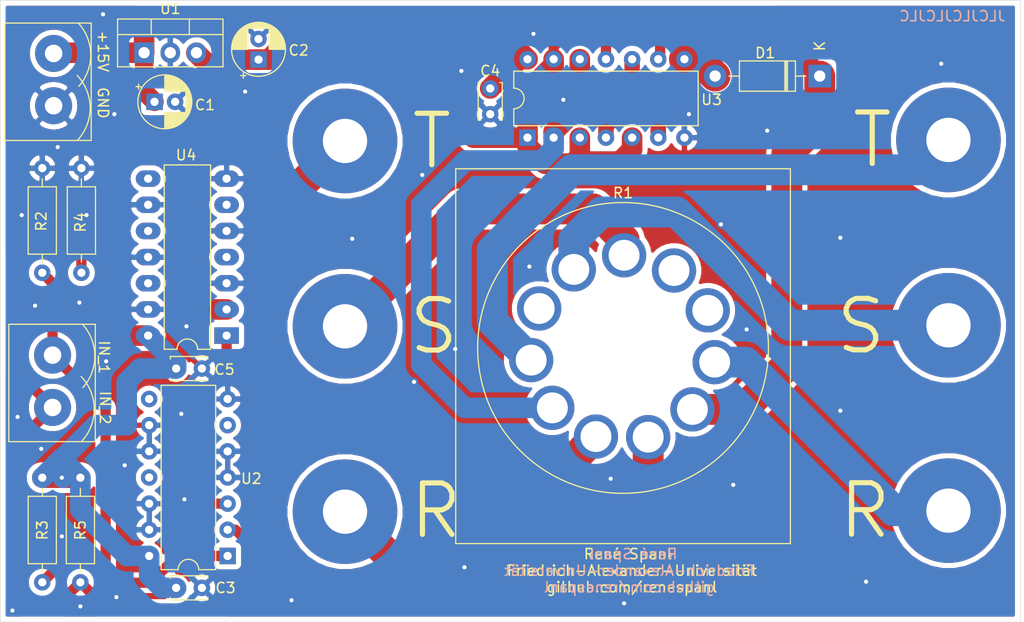
<source format=kicad_pcb>
(kicad_pcb (version 20171130) (host pcbnew "(5.1.6)-1")
  (layers (0 F.Cu signal) (31 B.Cu signal) (34 B.Paste user) (35 F.Paste user) (36 B.SilkS user) (37 F.SilkS user) (38 B.Mask user) (39 F.Mask user) (44 Edge.Cuts user))
  (net 0 "")
  (net 1 "Net-(D1-Pad2)")
  (net 2 +15V)
  (net 3 GND)
  (net 4 "Net-(J2-Pad2)")
  (net 5 "Net-(J2-Pad1)")
  (net 6 "Net-(J3-Pad3)")
  (net 7 "Net-(J3-Pad2)")
  (net 8 "Net-(J3-Pad1)")
  (net 9 "Net-(J4-Pad3)")
  (net 10 "Net-(J4-Pad2)")
  (net 11 "Net-(J4-Pad1)")
  (net 12 "Net-(R1-Pad8)")
  (net 13 "Net-(R1-Pad4)")
  (net 14 +5V)
  (net 15 "Net-(U2-Pad6)")
  (net 16 "Net-(U2-Pad11)")
  (net 17 "Net-(U2-Pad3)")
  (net 18 "Net-(U2-Pad8)")
  (net 19 "Net-(U3-Pad1)")
  (net 20 "Net-(U4-Pad6)")
  (net 21 "Net-(U4-Pad12)")
  (net 22 "Net-(U4-Pad4)")
  (net 23 "Net-(U4-Pad10)")
  (net 24 "Net-(U4-Pad8)")
  (net 25 "Net-(R1-Pad7)")
  (module "Leistungsschalter:CONNECTOR 5.08" (layer F.Cu) (at 104.2 56.9 270)
    (fp_text reference J2 hide)
    (fp_text value Conn_01x02_Male)
    (pad 2 thru_hole circle (at 1.68 2.6 270) (size 3.6 3.6) (drill 1.7) (layers *.Cu *.Mask) (net 4 "Net-(J2-Pad2)"))
    (pad 1 thru_hole circle (at -3.4 2.6 270) (size 3.6 3.6) (drill 1.7) (layers *.Cu *.Mask) (net 5 "Net-(J2-Pad1)"))
  )
  (module "Leistungsschalter:CONNECTOR 5.08" (layer F.Cu) (at 104.3 27.6 270)
    (fp_text reference J1 hide)
    (fp_text value Conn_01x02_Male)
    (pad 2 thru_hole circle (at 1.68 2.6 270) (size 3.6 3.6) (drill 1.7) (layers *.Cu *.Mask) (net 3 GND))
    (pad 1 thru_hole circle (at -3.4 2.6 270) (size 3.6 3.6) (drill 1.7) (layers *.Cu *.Mask) (net 2 +15V))
  )
  (module Leistungsschalter:Finder60.13NEU (layer F.Cu) (at 157 52.8)
    (fp_text reference R1 (at 0 -15.045) (layer F.SilkS))
    (fp_text value Finder_60_13)
    (pad "" np_thru_hole oval (at 0 3.85) (size 3 4) (drill oval 3 4) (layers *.Cu *.Mask))
    (pad "" np_thru_hole circle (at 0.05 0.05) (size 8 8) (drill 8) (layers *.Cu *.Mask))
    (pad 11 thru_hole oval (at 2.439527 8.663065) (size 4.3 4.3) (drill 3) (layers *.Cu *.Mask) (net 8 "Net-(J3-Pad1)"))
    (pad 10 thru_hole oval (at 6.735868 5.968926) (size 4.3 4.3) (drill 3) (layers *.Cu *.Mask) (net 2 +15V))
    (pad 9 thru_hole oval (at 8.893618 1.379694) (size 4.3 4.3) (drill 3) (layers *.Cu *.Mask) (net 11 "Net-(J4-Pad1)"))
    (pad 8 thru_hole oval (at 8.227706 -3.647579) (size 4.3 4.3) (drill 3) (layers *.Cu *.Mask) (net 12 "Net-(R1-Pad8)"))
    (pad 7 thru_hole oval (at 4.949557 -7.516773) (size 4.3 4.3) (drill 3) (layers *.Cu *.Mask) (net 25 "Net-(R1-Pad7)"))
    (pad 6 thru_hole oval (at 0.099957 -8.999444) (size 4.3 4.3) (drill 3) (layers *.Cu *.Mask) (net 7 "Net-(J3-Pad2)"))
    (pad 5 thru_hole oval (at -4.781377 -7.624856) (size 4.3 4.3) (drill 3) (layers *.Cu *.Mask) (net 10 "Net-(J4-Pad2)"))
    (pad 4 thru_hole oval (at -8.144659 -3.829429) (size 4.3 4.3) (drill 3) (layers *.Cu *.Mask) (net 13 "Net-(R1-Pad4)"))
    (pad 3 thru_hole oval (at -8.922068 1.181814) (size 4.3 4.3) (drill 3) (layers *.Cu *.Mask) (net 9 "Net-(J4-Pad3)"))
    (pad 2 thru_hole oval (at -6.866785 5.81784) (size 4.3 4.3) (drill 3) (layers *.Cu *.Mask) (net 1 "Net-(D1-Pad2)"))
    (pad 1 thru_hole oval (at -2.631345 8.606742) (size 4.3 4.3) (drill 3) (layers *.Cu *.Mask) (net 6 "Net-(J3-Pad3)"))
  )
  (module Capacitor_THT:C_Disc_D3.4mm_W2.1mm_P2.50mm (layer F.Cu) (at 144.1 27.6 270)
    (fp_text reference C4 (at -1.7 0 180) (layer F.SilkS))
    (fp_text value 100n)
    (pad 2 thru_hole circle (at 2.5 0 270) (size 1.6 1.6) (drill 0.8) (layers *.Cu *.Mask) (net 3 GND))
    (pad 1 thru_hole circle (at 0 0 270) (size 1.6 1.6) (drill 0.8) (layers *.Cu *.Mask) (net 14 +5V))
  )
  (module Package_DIP:DIP-14_W7.62mm (layer F.Cu) (at 147.72 32.38 90)
    (fp_text reference U3 (at 3.68 17.88) (layer F.SilkS))
    (fp_text value 74LS07)
    (pad 14 thru_hole oval (at 7.62 0 90) (size 1.6 1.6) (drill 0.8) (layers *.Cu *.Mask) (net 14 +5V))
    (pad 7 thru_hole oval (at 0 15.24 90) (size 1.6 1.6) (drill 0.8) (layers *.Cu *.Mask) (net 3 GND))
    (pad 13 thru_hole oval (at 7.62 2.54 90) (size 1.6 1.6) (drill 0.8) (layers *.Cu *.Mask) (net 19 "Net-(U3-Pad1)"))
    (pad 6 thru_hole oval (at 0 12.7 90) (size 1.6 1.6) (drill 0.8) (layers *.Cu *.Mask) (net 1 "Net-(D1-Pad2)"))
    (pad 12 thru_hole oval (at 7.62 5.08 90) (size 1.6 1.6) (drill 0.8) (layers *.Cu *.Mask) (net 1 "Net-(D1-Pad2)"))
    (pad 5 thru_hole oval (at 0 10.16 90) (size 1.6 1.6) (drill 0.8) (layers *.Cu *.Mask) (net 19 "Net-(U3-Pad1)"))
    (pad 11 thru_hole oval (at 7.62 7.62 90) (size 1.6 1.6) (drill 0.8) (layers *.Cu *.Mask) (net 19 "Net-(U3-Pad1)"))
    (pad 4 thru_hole oval (at 0 7.62 90) (size 1.6 1.6) (drill 0.8) (layers *.Cu *.Mask) (net 1 "Net-(D1-Pad2)"))
    (pad 10 thru_hole oval (at 7.62 10.16 90) (size 1.6 1.6) (drill 0.8) (layers *.Cu *.Mask) (net 1 "Net-(D1-Pad2)"))
    (pad 3 thru_hole oval (at 0 5.08 90) (size 1.6 1.6) (drill 0.8) (layers *.Cu *.Mask) (net 19 "Net-(U3-Pad1)"))
    (pad 9 thru_hole oval (at 7.62 12.7 90) (size 1.6 1.6) (drill 0.8) (layers *.Cu *.Mask) (net 19 "Net-(U3-Pad1)"))
    (pad 2 thru_hole oval (at 0 2.54 90) (size 1.6 1.6) (drill 0.8) (layers *.Cu *.Mask) (net 1 "Net-(D1-Pad2)"))
    (pad 8 thru_hole oval (at 7.62 15.24 90) (size 1.6 1.6) (drill 0.8) (layers *.Cu *.Mask) (net 1 "Net-(D1-Pad2)"))
    (pad 1 thru_hole rect (at 0 0 90) (size 1.6 1.6) (drill 0.8) (layers *.Cu *.Mask) (net 19 "Net-(U3-Pad1)"))
  )
  (module Diode_THT:D_DO-41_SOD81_P10.16mm_Horizontal (layer F.Cu) (at 176.1 26.4 180)
    (fp_text reference D1 (at 5.295 2.241) (layer F.SilkS))
    (fp_text value D)
    (fp_text user K (at 0 2.921 270) (layer F.SilkS))
    (pad 2 thru_hole oval (at 10.16 0 180) (size 2.2 2.2) (drill 1.1) (layers *.Cu *.Mask) (net 1 "Net-(D1-Pad2)"))
    (pad 1 thru_hole rect (at 0 0 180) (size 2.2 2.2) (drill 1.1) (layers *.Cu *.Mask) (net 2 +15V))
  )
  (module Leistungsschalter:3_Pin_4mm_Laborstecker_Schutzkontakte (layer F.Cu) (at 124.15 57.85 90)
    (fp_text reference J3 hide)
    (fp_text value Conn_01x03_Male)
    (fp_text user T (at 25.13 14.28) (layer F.SilkS) (effects (font (size 5 5) (thickness 0.5))))
    (fp_text user S (at 7.13 14.48) (layer F.SilkS) (effects (font (size 5 5) (thickness 0.5))))
    (fp_text user R (at -10.77 14.68) (layer F.SilkS) (effects (font (size 5 5) (thickness 0.5))))
    (pad 3 thru_hole circle (at 25.15 5.85 90) (size 10.16 10.16) (drill 4.3) (layers *.Cu *.Mask) (net 6 "Net-(J3-Pad3)"))
    (pad 2 thru_hole circle (at 7.15 5.85 90) (size 10.16 10.16) (drill 4.3) (layers *.Cu *.Mask) (net 7 "Net-(J3-Pad2)"))
    (pad 1 thru_hole circle (at -10.85 5.85 90) (size 10.16 10.16) (drill 4.3) (layers *.Cu *.Mask) (net 8 "Net-(J3-Pad1)"))
  )
  (module Leistungsschalter:3_Pin_4mm_Laborstecker_Schutzkontakte (layer F.Cu) (at 182.75 57.75 90)
    (fp_text reference J4 hide)
    (fp_text value Conn_01x03_Male)
    (fp_text user T (at 25.15 -1.55) (layer F.SilkS) (effects (font (size 5 5) (thickness 0.5))))
    (fp_text user S (at 7.05 -2.65) (layer F.SilkS) (effects (font (size 5 5) (thickness 0.5))))
    (fp_text user R (at -10.85 -2.25) (layer F.SilkS) (effects (font (size 5 5) (thickness 0.5))))
    (pad 3 thru_hole circle (at 25.15 5.85 90) (size 10.16 10.16) (drill 4.3) (layers *.Cu *.Mask) (net 9 "Net-(J4-Pad3)"))
    (pad 2 thru_hole circle (at 7.15 5.85 90) (size 10.16 10.16) (drill 4.3) (layers *.Cu *.Mask) (net 10 "Net-(J4-Pad2)"))
    (pad 1 thru_hole circle (at -10.85 5.85 90) (size 10.16 10.16) (drill 4.3) (layers *.Cu *.Mask) (net 11 "Net-(J4-Pad1)"))
  )
  (module Capacitor_THT:C_Disc_D3.4mm_W2.1mm_P2.50mm (layer F.Cu) (at 113.6 54.8)
    (fp_text reference C5 (at 4.7 0.1) (layer F.SilkS))
    (fp_text value 100n)
    (pad 2 thru_hole circle (at 2.5 0) (size 1.6 1.6) (drill 0.8) (layers *.Cu *.Mask) (net 3 GND))
    (pad 1 thru_hole circle (at 0 0) (size 1.6 1.6) (drill 0.8) (layers *.Cu *.Mask) (net 14 +5V))
  )
  (module Capacitor_THT:C_Disc_D3.4mm_W2.1mm_P2.50mm (layer F.Cu) (at 113.6 76.1)
    (fp_text reference C3 (at 4.8 0) (layer F.SilkS))
    (fp_text value 100n)
    (pad 2 thru_hole circle (at 2.5 0) (size 1.6 1.6) (drill 0.8) (layers *.Cu *.Mask) (net 3 GND))
    (pad 1 thru_hole circle (at 0 0) (size 1.6 1.6) (drill 0.8) (layers *.Cu *.Mask) (net 14 +5V))
  )
  (module Capacitor_THT:CP_Radial_D5.0mm_P2.00mm (layer F.Cu) (at 121.6 24.8 90)
    (fp_text reference C2 (at 0.9 3.9 180) (layer F.SilkS))
    (fp_text value 1u)
    (pad 2 thru_hole circle (at 2 0 90) (size 1.6 1.6) (drill 0.8) (layers *.Cu *.Mask) (net 3 GND))
    (pad 1 thru_hole rect (at 0 0 90) (size 1.6 1.6) (drill 0.8) (layers *.Cu *.Mask) (net 14 +5V))
  )
  (module Capacitor_THT:CP_Radial_D5.0mm_P2.00mm (layer F.Cu) (at 111.5 28.9)
    (fp_text reference C1 (at 4.9 0.3) (layer F.SilkS))
    (fp_text value 0.1u)
    (pad 2 thru_hole circle (at 2 0) (size 1.6 1.6) (drill 0.8) (layers *.Cu *.Mask) (net 3 GND))
    (pad 1 thru_hole rect (at 0 0) (size 1.6 1.6) (drill 0.8) (layers *.Cu *.Mask) (net 2 +15V))
  )
  (module Resistor_THT:R_Axial_DIN0207_L6.3mm_D2.5mm_P10.16mm_Horizontal (layer F.Cu) (at 104.3 65.4 270)
    (fp_text reference R5 (at 5.1 0 90) (layer F.SilkS))
    (fp_text value 4.7k)
    (pad 2 thru_hole oval (at 10.16 0 270) (size 1.6 1.6) (drill 0.8) (layers *.Cu *.Mask) (net 4 "Net-(J2-Pad2)"))
    (pad 1 thru_hole circle (at 0 0 270) (size 1.6 1.6) (drill 0.8) (layers *.Cu *.Mask) (net 14 +5V))
  )
  (module Resistor_THT:R_Axial_DIN0207_L6.3mm_D2.5mm_P10.16mm_Horizontal (layer F.Cu) (at 104.4 45.5 90)
    (fp_text reference R4 (at 4.9 -0.1 90) (layer F.SilkS))
    (fp_text value 22k)
    (pad 2 thru_hole oval (at 10.16 0 90) (size 1.6 1.6) (drill 0.8) (layers *.Cu *.Mask) (net 3 GND))
    (pad 1 thru_hole circle (at 0 0 90) (size 1.6 1.6) (drill 0.8) (layers *.Cu *.Mask) (net 4 "Net-(J2-Pad2)"))
  )
  (module Resistor_THT:R_Axial_DIN0207_L6.3mm_D2.5mm_P10.16mm_Horizontal (layer F.Cu) (at 100.6 65.4 270)
    (fp_text reference R3 (at 5.1 0 90) (layer F.SilkS))
    (fp_text value 4.7k)
    (pad 2 thru_hole oval (at 10.16 0 270) (size 1.6 1.6) (drill 0.8) (layers *.Cu *.Mask) (net 5 "Net-(J2-Pad1)"))
    (pad 1 thru_hole circle (at 0 0 270) (size 1.6 1.6) (drill 0.8) (layers *.Cu *.Mask) (net 14 +5V))
  )
  (module Resistor_THT:R_Axial_DIN0207_L6.3mm_D2.5mm_P10.16mm_Horizontal (layer F.Cu) (at 100.6 45.5 90)
    (fp_text reference R2 (at 5 -0.1 90) (layer F.SilkS))
    (fp_text value 22k)
    (pad 2 thru_hole oval (at 10.16 0 90) (size 1.6 1.6) (drill 0.8) (layers *.Cu *.Mask) (net 3 GND))
    (pad 1 thru_hole circle (at 0 0 90) (size 1.6 1.6) (drill 0.8) (layers *.Cu *.Mask) (net 5 "Net-(J2-Pad1)"))
  )
  (module Package_DIP:DIP-14_W7.62mm_LongPads (layer F.Cu) (at 118.5 51.6 180)
    (fp_text reference U4 (at 3.937 17.526) (layer F.SilkS))
    (fp_text value SN74HC04N)
    (pad 14 thru_hole oval (at 7.62 0 180) (size 2.4 1.6) (drill 0.8) (layers *.Cu *.Mask) (net 14 +5V))
    (pad 7 thru_hole oval (at 0 15.24 180) (size 2.4 1.6) (drill 0.8) (layers *.Cu *.Mask) (net 3 GND))
    (pad 13 thru_hole oval (at 7.62 2.54 180) (size 2.4 1.6) (drill 0.8) (layers *.Cu *.Mask) (net 3 GND))
    (pad 6 thru_hole oval (at 0 12.7 180) (size 2.4 1.6) (drill 0.8) (layers *.Cu *.Mask) (net 20 "Net-(U4-Pad6)"))
    (pad 12 thru_hole oval (at 7.62 5.08 180) (size 2.4 1.6) (drill 0.8) (layers *.Cu *.Mask) (net 21 "Net-(U4-Pad12)"))
    (pad 5 thru_hole oval (at 0 10.16 180) (size 2.4 1.6) (drill 0.8) (layers *.Cu *.Mask) (net 3 GND))
    (pad 11 thru_hole oval (at 7.62 7.62 180) (size 2.4 1.6) (drill 0.8) (layers *.Cu *.Mask) (net 3 GND))
    (pad 4 thru_hole oval (at 0 7.62 180) (size 2.4 1.6) (drill 0.8) (layers *.Cu *.Mask) (net 22 "Net-(U4-Pad4)"))
    (pad 10 thru_hole oval (at 7.62 10.16 180) (size 2.4 1.6) (drill 0.8) (layers *.Cu *.Mask) (net 23 "Net-(U4-Pad10)"))
    (pad 3 thru_hole oval (at 0 5.08 180) (size 2.4 1.6) (drill 0.8) (layers *.Cu *.Mask) (net 3 GND))
    (pad 9 thru_hole oval (at 7.62 12.7 180) (size 2.4 1.6) (drill 0.8) (layers *.Cu *.Mask) (net 3 GND))
    (pad 2 thru_hole oval (at 0 2.54 180) (size 2.4 1.6) (drill 0.8) (layers *.Cu *.Mask) (net 19 "Net-(U3-Pad1)"))
    (pad 8 thru_hole oval (at 7.62 15.24 180) (size 2.4 1.6) (drill 0.8) (layers *.Cu *.Mask) (net 24 "Net-(U4-Pad8)"))
    (pad 1 thru_hole rect (at 0 0 180) (size 2.4 1.6) (drill 0.8) (layers *.Cu *.Mask) (net 17 "Net-(U2-Pad3)"))
  )
  (module Package_DIP:DIP-14_W7.62mm (layer F.Cu) (at 118.6 73 180)
    (fp_text reference U2 (at -2.3 7.5) (layer F.SilkS))
    (fp_text value 74HC86)
    (pad 14 thru_hole oval (at 7.62 0 180) (size 1.6 1.6) (drill 0.8) (layers *.Cu *.Mask) (net 14 +5V))
    (pad 7 thru_hole oval (at 0 15.24 180) (size 1.6 1.6) (drill 0.8) (layers *.Cu *.Mask) (net 3 GND))
    (pad 13 thru_hole oval (at 7.62 2.54 180) (size 1.6 1.6) (drill 0.8) (layers *.Cu *.Mask) (net 3 GND))
    (pad 6 thru_hole oval (at 0 12.7 180) (size 1.6 1.6) (drill 0.8) (layers *.Cu *.Mask) (net 15 "Net-(U2-Pad6)"))
    (pad 12 thru_hole oval (at 7.62 5.08 180) (size 1.6 1.6) (drill 0.8) (layers *.Cu *.Mask) (net 3 GND))
    (pad 5 thru_hole oval (at 0 10.16 180) (size 1.6 1.6) (drill 0.8) (layers *.Cu *.Mask) (net 3 GND))
    (pad 11 thru_hole oval (at 7.62 7.62 180) (size 1.6 1.6) (drill 0.8) (layers *.Cu *.Mask) (net 16 "Net-(U2-Pad11)"))
    (pad 4 thru_hole oval (at 0 7.62 180) (size 1.6 1.6) (drill 0.8) (layers *.Cu *.Mask) (net 3 GND))
    (pad 10 thru_hole oval (at 7.62 10.16 180) (size 1.6 1.6) (drill 0.8) (layers *.Cu *.Mask) (net 3 GND))
    (pad 3 thru_hole oval (at 0 5.08 180) (size 1.6 1.6) (drill 0.8) (layers *.Cu *.Mask) (net 17 "Net-(U2-Pad3)"))
    (pad 9 thru_hole oval (at 7.62 12.7 180) (size 1.6 1.6) (drill 0.8) (layers *.Cu *.Mask) (net 3 GND))
    (pad 2 thru_hole oval (at 0 2.54 180) (size 1.6 1.6) (drill 0.8) (layers *.Cu *.Mask) (net 4 "Net-(J2-Pad2)"))
    (pad 8 thru_hole oval (at 7.62 15.24 180) (size 1.6 1.6) (drill 0.8) (layers *.Cu *.Mask) (net 18 "Net-(U2-Pad8)"))
    (pad 1 thru_hole rect (at 0 0 180) (size 1.6 1.6) (drill 0.8) (layers *.Cu *.Mask) (net 5 "Net-(J2-Pad1)"))
  )
  (module Package_TO_SOT_THT:TO-220-3_Vertical (layer F.Cu) (at 110.49 24.13)
    (fp_text reference U1 (at 2.54 -4.27) (layer F.SilkS))
    (fp_text value L7805)
    (pad 3 thru_hole oval (at 5.08 0) (size 1.905 2) (drill 1.1) (layers *.Cu *.Mask) (net 14 +5V))
    (pad 2 thru_hole oval (at 2.54 0) (size 1.905 2) (drill 1.1) (layers *.Cu *.Mask) (net 3 GND))
    (pad 1 thru_hole rect (at 0 0) (size 1.905 2) (drill 1.1) (layers *.Cu *.Mask) (net 2 +15V))
  )
  (gr_line (start 195.58 19.05) (end 96.52 19.05) (layer Edge.Cuts) (width 0.05))
  (gr_text IN_2 (at 106.7 58.6 270) (layer F.SilkS) (effects (font (size 1 1))))
  (gr_text IN_1 (at 106.6 53.7 270) (layer F.SilkS) (effects (font (size 1 1))))
  (gr_text GND (at 106.5 29 270) (layer F.SilkS) (effects (font (size 1 1))))
  (gr_text +15V (at 106.5 24 270) (layer F.SilkS) (effects (font (size 1 1))))
  (gr_text "René Spanl \nFriedrich-Alexander-Universität\ngithub.com/renespanl" (at 157.607 74.422) (layer B.SilkS) (effects (font (size 1 1)) (justify mirror)))
  (gr_text "René Spanl \nFriedrich-Alexander-Universität\ngithub.com/renespanl" (at 157.861 74.422) (layer F.SilkS) (effects (font (size 1 1))))
  (gr_text JLCJLCJLCJLC (at 188.976 20.574) (layer B.SilkS) (effects (font (size 1 1)) (justify mirror)))
  (gr_line (start 195.58 79.42) (end 96.52 79.42) (layer Edge.Cuts) (width 0.05))
  (gr_line (start 96.52 19.05) (end 96.52 79.42) (layer Edge.Cuts) (width 0.05))
  (gr_line (start 195.58 79.42) (end 195.58 19.05) (layer Edge.Cuts) (width 0.05))
  (segment (start 153 24.96) (end 152.8 24.76) (width 0.5) (layer F.Cu) (net 1))
  (segment (start 157.88 27.42) (end 157.88 24.76) (width 1.5) (layer F.Cu) (net 1))
  (segment (start 157.88 27.42) (end 162.18 27.42) (width 1.5) (layer F.Cu) (net 1))
  (segment (start 162.96 26.64) (end 162.96 24.76) (width 1.5) (layer F.Cu) (net 1))
  (segment (start 162.18 27.42) (end 162.96 26.64) (width 1.5) (layer F.Cu) (net 1))
  (segment (start 160.42 29.18) (end 162.18 27.42) (width 1.5) (layer F.Cu) (net 1))
  (segment (start 160.42 32.38) (end 160.42 29.18) (width 1.5) (layer F.Cu) (net 1))
  (segment (start 164.3 24.76) (end 165.94 26.4) (width 3) (layer F.Cu) (net 1))
  (segment (start 162.96 24.76) (end 164.3 24.76) (width 3) (layer F.Cu) (net 1))
  (segment (start 159.2 29.7) (end 160.42 30.92) (width 1.5) (layer F.Cu) (net 1))
  (segment (start 155.34 32.38) (end 155.34 31.26) (width 1.5) (layer F.Cu) (net 1))
  (segment (start 160.42 30.92) (end 160.42 32.38) (width 1.5) (layer F.Cu) (net 1))
  (segment (start 156.9 29.7) (end 159.2 29.7) (width 1.5) (layer F.Cu) (net 1))
  (segment (start 155.34 31.26) (end 156.9 29.7) (width 1.5) (layer F.Cu) (net 1))
  (segment (start 152.8 24.76) (end 152.8 25.89137) (width 2) (layer F.Cu) (net 1))
  (segment (start 155.40863 28.5) (end 159.9 28.5) (width 2) (layer F.Cu) (net 1))
  (segment (start 150.26 33.44) (end 150.26 32.38) (width 2) (layer B.Cu) (net 1))
  (segment (start 149.1 34.6) (end 150.26 33.44) (width 2) (layer B.Cu) (net 1))
  (segment (start 141.61784 58.61784) (end 137.4 54.4) (width 2) (layer B.Cu) (net 1))
  (segment (start 137.4 54.4) (end 137.4 38.9) (width 2) (layer B.Cu) (net 1))
  (segment (start 137.4 38.9) (end 141.7 34.6) (width 2) (layer B.Cu) (net 1))
  (segment (start 150.133215 58.61784) (end 141.61784 58.61784) (width 2) (layer B.Cu) (net 1))
  (segment (start 141.7 34.6) (end 149.1 34.6) (width 2) (layer B.Cu) (net 1))
  (segment (start 152.12001 30.17999) (end 154.604315 27.695685) (width 2) (layer F.Cu) (net 1))
  (segment (start 152.8 25.89137) (end 154.604315 27.695685) (width 2) (layer F.Cu) (net 1))
  (segment (start 150.26 32.38) (end 150.26 31.808717) (width 2) (layer F.Cu) (net 1))
  (segment (start 154.604315 27.695685) (end 155.40863 28.5) (width 2) (layer F.Cu) (net 1))
  (segment (start 150.26 31.808717) (end 151.888727 30.17999) (width 2) (layer F.Cu) (net 1))
  (segment (start 151.888727 30.17999) (end 152.12001 30.17999) (width 2) (layer F.Cu) (net 1))
  (segment (start 101.77 24.13) (end 101.7 24.2) (width 1) (layer F.Cu) (net 2))
  (segment (start 110.49 24.13) (end 101.77 24.13) (width 2) (layer F.Cu) (net 2))
  (segment (start 110.49 27.89) (end 111.5 28.9) (width 1.8) (layer F.Cu) (net 2))
  (segment (start 110.49 24.13) (end 110.49 27.89) (width 1.8) (layer F.Cu) (net 2))
  (segment (start 111.02 20.6) (end 170.3 20.6) (width 2) (layer F.Cu) (net 2))
  (segment (start 110.49 24.13) (end 110.49 21.13) (width 2) (layer F.Cu) (net 2))
  (segment (start 170.3 20.6) (end 176.1 26.4) (width 2) (layer F.Cu) (net 2))
  (segment (start 110.49 21.13) (end 111.02 20.6) (width 2) (layer F.Cu) (net 2))
  (segment (start 163.735868 58.768926) (end 168.631074 58.768926) (width 3) (layer F.Cu) (net 2))
  (segment (start 168.631074 58.768926) (end 172.9 54.5) (width 3) (layer F.Cu) (net 2))
  (segment (start 172.9 54.5) (end 172.9 34) (width 3) (layer F.Cu) (net 2))
  (segment (start 176.1 30.8) (end 176.1 26.4) (width 3) (layer F.Cu) (net 2))
  (segment (start 172.9 34) (end 176.1 30.8) (width 3) (layer F.Cu) (net 2))
  (via (at 114.4 67.5) (size 0.8) (drill 0.4) (layers F.Cu B.Cu) (net 3))
  (via (at 114.1 59.2) (size 0.8) (drill 0.4) (layers F.Cu B.Cu) (net 3))
  (via (at 114.6 50.7) (size 0.8) (drill 0.4) (layers F.Cu B.Cu) (net 3))
  (via (at 102.1 33.3) (size 0.8) (drill 0.4) (layers F.Cu B.Cu) (net 3))
  (via (at 107.6 30.1) (size 0.8) (drill 0.4) (layers F.Cu B.Cu) (net 3))
  (via (at 120.3 27.9) (size 0.8) (drill 0.4) (layers F.Cu B.Cu) (net 3))
  (via (at 137.5 36) (size 0.8) (drill 0.4) (layers F.Cu B.Cu) (net 3))
  (via (at 136.7 56.1) (size 0.8) (drill 0.4) (layers F.Cu B.Cu) (net 3))
  (via (at 141.6 74.1) (size 0.8) (drill 0.4) (layers F.Cu B.Cu) (net 3))
  (via (at 180.6 75.5) (size 0.8) (drill 0.4) (layers F.Cu B.Cu) (net 3))
  (via (at 178.1 58.9) (size 0.8) (drill 0.4) (layers F.Cu B.Cu) (net 3))
  (via (at 178.1 42.1) (size 0.8) (drill 0.4) (layers F.Cu B.Cu) (net 3))
  (via (at 187.9 25.2) (size 0.8) (drill 0.4) (layers F.Cu B.Cu) (net 3))
  (via (at 130.7 42.2) (size 0.8) (drill 0.4) (layers F.Cu B.Cu) (net 3))
  (via (at 167.7 66.1) (size 0.8) (drill 0.4) (layers F.Cu B.Cu) (net 3))
  (via (at 124.8 77.3) (size 0.8) (drill 0.4) (layers F.Cu B.Cu) (net 3))
  (via (at 157.1 77.6) (size 0.8) (drill 0.4) (layers F.Cu B.Cu) (net 3))
  (via (at 102.5 71.1) (size 0.8) (drill 0.4) (layers F.Cu B.Cu) (net 3))
  (via (at 104.2 48.4) (size 0.8) (drill 0.4) (layers F.Cu B.Cu) (net 3))
  (via (at 99.9 48.7) (size 0.8) (drill 0.4) (layers F.Cu B.Cu) (net 3))
  (via (at 98.6 39.9) (size 0.8) (drill 0.4) (layers F.Cu B.Cu) (net 3))
  (via (at 104.9 39.9) (size 0.8) (drill 0.4) (layers F.Cu B.Cu) (net 3))
  (via (at 106.5 20.4) (size 0.8) (drill 0.4) (layers F.Cu B.Cu) (net 3))
  (via (at 141.3 25.9) (size 0.8) (drill 0.4) (layers F.Cu B.Cu) (net 3))
  (via (at 151.2 28.7) (size 0.8) (drill 0.4) (layers F.Cu B.Cu) (net 3))
  (via (at 163.4 30.1) (size 0.8) (drill 0.4) (layers F.Cu B.Cu) (net 3))
  (via (at 171 31.7) (size 0.8) (drill 0.4) (layers F.Cu B.Cu) (net 3))
  (via (at 166.5 40.8) (size 0.8) (drill 0.4) (layers F.Cu B.Cu) (net 3))
  (via (at 148.3 22.3) (size 0.8) (drill 0.4) (layers F.Cu B.Cu) (net 3))
  (via (at 98.2 59.5) (size 0.8) (drill 0.4) (layers F.Cu B.Cu) (net 3))
  (via (at 106.8 54.1) (size 0.8) (drill 0.4) (layers F.Cu B.Cu) (net 3))
  (via (at 108.6 64.2) (size 0.8) (drill 0.4) (layers F.Cu B.Cu) (net 3))
  (via (at 107.8 77) (size 0.8) (drill 0.4) (layers F.Cu B.Cu) (net 3))
  (via (at 104.3 77.9) (size 0.8) (drill 0.4) (layers F.Cu B.Cu) (net 3))
  (via (at 97.7 78.3) (size 0.8) (drill 0.4) (layers F.Cu B.Cu) (net 3))
  (via (at 100.5 62.6) (size 0.8) (drill 0.4) (layers F.Cu B.Cu) (net 3))
  (via (at 155.8 65.5) (size 0.8) (drill 0.4) (layers F.Cu B.Cu) (net 3))
  (via (at 169 51) (size 0.8) (drill 0.4) (layers F.Cu B.Cu) (net 3))
  (via (at 140.7 52.9) (size 0.8) (drill 0.4) (layers F.Cu B.Cu) (net 3))
  (via (at 147.9 44.9) (size 0.8) (drill 0.4) (layers F.Cu B.Cu) (net 3))
  (segment (start 118.6 70.46) (end 119.36 70.46) (width 1) (layer F.Cu) (net 4))
  (segment (start 119.36 70.46) (end 121.1 72.2) (width 1) (layer F.Cu) (net 4))
  (segment (start 121.1 72.2) (end 121.1 74.8) (width 1) (layer F.Cu) (net 4))
  (segment (start 121.1 74.8) (end 117.7 78.2) (width 1) (layer F.Cu) (net 4))
  (segment (start 106.94 78.2) (end 104.3 75.56) (width 1) (layer F.Cu) (net 4))
  (segment (start 117.7 78.2) (end 106.94 78.2) (width 1) (layer F.Cu) (net 4))
  (segment (start 101.6 58.58) (end 98.2 61.98) (width 1) (layer F.Cu) (net 4))
  (segment (start 98.2 61.98) (end 98.2 76.9) (width 1) (layer F.Cu) (net 4))
  (segment (start 98.2 76.9) (end 99.2 77.9) (width 1) (layer F.Cu) (net 4))
  (segment (start 101.96 77.9) (end 104.3 75.56) (width 1) (layer F.Cu) (net 4))
  (segment (start 99.2 77.9) (end 101.96 77.9) (width 1) (layer F.Cu) (net 4))
  (segment (start 104.4 44) (end 102.9 42.5) (width 1) (layer F.Cu) (net 4))
  (segment (start 98.3 55.28) (end 101.6 58.58) (width 1) (layer F.Cu) (net 4))
  (segment (start 104.4 45.5) (end 104.4 44) (width 1) (layer F.Cu) (net 4))
  (segment (start 98.3 43.6) (end 98.3 55.28) (width 1) (layer F.Cu) (net 4))
  (segment (start 102.9 42.5) (end 99.4 42.5) (width 1) (layer F.Cu) (net 4))
  (segment (start 99.4 42.5) (end 98.3 43.6) (width 1) (layer F.Cu) (net 4))
  (segment (start 118.6 73) (end 113.7 73) (width 1) (layer F.Cu) (net 5))
  (segment (start 113.7 73) (end 111.1 75.6) (width 1) (layer F.Cu) (net 5))
  (segment (start 111.1 75.6) (end 107.6 75.6) (width 1) (layer F.Cu) (net 5))
  (segment (start 102.56 73.6) (end 100.6 75.56) (width 1) (layer F.Cu) (net 5))
  (segment (start 105.6 73.6) (end 102.56 73.6) (width 1) (layer F.Cu) (net 5))
  (segment (start 106.75 58.65) (end 106.75 74.75) (width 1) (layer F.Cu) (net 5))
  (segment (start 101.6 53.5) (end 106.75 58.65) (width 1) (layer F.Cu) (net 5))
  (segment (start 107.6 75.6) (end 106.75 74.75) (width 1) (layer F.Cu) (net 5))
  (segment (start 106.75 74.75) (end 105.6 73.6) (width 1) (layer F.Cu) (net 5))
  (segment (start 101.6 46.5) (end 100.6 45.5) (width 1) (layer F.Cu) (net 5))
  (segment (start 101.6 53.5) (end 101.6 46.5) (width 1) (layer F.Cu) (net 5))
  (segment (start 122.2 54.7) (end 122.2 40.5) (width 3) (layer F.Cu) (net 6))
  (segment (start 150.375397 65.4) (end 138 65.4) (width 3) (layer F.Cu) (net 6))
  (segment (start 154.368655 61.406742) (end 150.375397 65.4) (width 3) (layer F.Cu) (net 6))
  (segment (start 122.2 40.5) (end 130 32.7) (width 3) (layer F.Cu) (net 6))
  (segment (start 138 65.4) (end 132 59.4) (width 3) (layer F.Cu) (net 6))
  (segment (start 132 59.4) (end 126.9 59.4) (width 3) (layer F.Cu) (net 6))
  (segment (start 126.9 59.4) (end 122.2 54.7) (width 3) (layer F.Cu) (net 6))
  (segment (start 157.099957 42.299957) (end 157.099957 43.800556) (width 3) (layer F.Cu) (net 7))
  (segment (start 154.1 39.3) (end 157.099957 42.299957) (width 3) (layer F.Cu) (net 7))
  (segment (start 130 50.7) (end 141.4 39.3) (width 3) (layer F.Cu) (net 7))
  (segment (start 141.4 39.3) (end 154.1 39.3) (width 3) (layer F.Cu) (net 7))
  (segment (start 137.500001 76.200001) (end 153.699999 76.200001) (width 3) (layer F.Cu) (net 8))
  (segment (start 130 68.7) (end 137.500001 76.200001) (width 3) (layer F.Cu) (net 8))
  (segment (start 159.439527 70.460473) (end 159.439527 61.463065) (width 3) (layer F.Cu) (net 8))
  (segment (start 153.699999 76.200001) (end 159.439527 70.460473) (width 3) (layer F.Cu) (net 8))
  (segment (start 144.3 50.203882) (end 148.077932 53.981814) (width 3) (layer B.Cu) (net 9))
  (segment (start 144.3 43.3) (end 144.3 50.203882) (width 3) (layer B.Cu) (net 9))
  (segment (start 185.7 35.5) (end 152.01839 35.5) (width 3) (layer B.Cu) (net 9))
  (segment (start 188.6 32.6) (end 185.7 35.5) (width 3) (layer B.Cu) (net 9))
  (segment (start 146.71839 40.88161) (end 144.3 43.3) (width 3) (layer B.Cu) (net 9))
  (segment (start 152.01839 35.5) (end 146.71839 40.8) (width 3) (layer B.Cu) (net 9))
  (segment (start 146.71839 40.8) (end 146.71839 40.88161) (width 3) (layer B.Cu) (net 9))
  (segment (start 152.218623 42.281377) (end 152.218623 45.175144) (width 3) (layer B.Cu) (net 10))
  (segment (start 154.9 39.6) (end 152.218623 42.281377) (width 3) (layer B.Cu) (net 10))
  (segment (start 188.6 50.6) (end 173.191998 50.6) (width 3) (layer B.Cu) (net 10))
  (segment (start 162.191998 39.6) (end 154.9 39.6) (width 3) (layer B.Cu) (net 10))
  (segment (start 173.191998 50.6) (end 162.191998 39.6) (width 3) (layer B.Cu) (net 10))
  (segment (start 188.6 68.6) (end 183.3 68.6) (width 3) (layer B.Cu) (net 11))
  (segment (start 168.879694 54.179694) (end 165.893618 54.179694) (width 3) (layer B.Cu) (net 11))
  (segment (start 183.3 68.6) (end 168.879694 54.179694) (width 3) (layer B.Cu) (net 11))
  (segment (start 104.3 65.4) (end 102.5 65.4) (width 2) (layer F.Cu) (net 14))
  (segment (start 102.5 63.5) (end 100.6 65.4) (width 2) (layer B.Cu) (net 14))
  (segment (start 102.6 63.5) (end 102.5 63.5) (width 2) (layer B.Cu) (net 14))
  (segment (start 102.6 63.7) (end 104.3 65.4) (width 2) (layer B.Cu) (net 14))
  (segment (start 102.6 63.5) (end 102.6 63.7) (width 2) (layer B.Cu) (net 14))
  (segment (start 102.6 63.5) (end 102.6 65.4) (width 2) (layer B.Cu) (net 14))
  (segment (start 102.5 65.4) (end 100.6 65.4) (width 2) (layer F.Cu) (net 14))
  (via (at 102.5 65.4) (size 0.8) (drill 0.4) (layers F.Cu B.Cu) (net 14))
  (segment (start 105.8 60.3) (end 102.6 63.5) (width 2) (layer B.Cu) (net 14))
  (segment (start 108.8 60.3) (end 105.8 60.3) (width 2) (layer B.Cu) (net 14))
  (segment (start 108.8 56.1) (end 108.8 60.3) (width 2) (layer B.Cu) (net 14))
  (segment (start 113.6 54.8) (end 110.1 54.8) (width 2) (layer B.Cu) (net 14))
  (segment (start 110.1 54.8) (end 108.8 56.1) (width 2) (layer B.Cu) (net 14))
  (segment (start 113.6 54.32) (end 110.88 51.6) (width 2) (layer B.Cu) (net 14))
  (segment (start 113.6 54.8) (end 113.6 54.32) (width 2) (layer B.Cu) (net 14))
  (segment (start 110.98 73) (end 108.8 73) (width 2) (layer B.Cu) (net 14))
  (segment (start 104.3 68.5) (end 104.3 65.4) (width 2) (layer B.Cu) (net 14))
  (segment (start 108.8 73) (end 104.3 68.5) (width 2) (layer B.Cu) (net 14))
  (segment (start 113.6 76.1) (end 112.2 76.1) (width 2) (layer B.Cu) (net 14))
  (segment (start 110.98 74.88) (end 110.98 73) (width 2) (layer B.Cu) (net 14))
  (segment (start 112.2 76.1) (end 110.98 74.88) (width 2) (layer B.Cu) (net 14))
  (segment (start 115.57 24.17) (end 117.4 26) (width 2) (layer F.Cu) (net 14))
  (segment (start 115.57 24.13) (end 115.57 24.17) (width 2) (layer F.Cu) (net 14))
  (segment (start 118.6 24.8) (end 117.4 26) (width 2) (layer F.Cu) (net 14))
  (segment (start 121.6 24.8) (end 118.6 24.8) (width 2) (layer F.Cu) (net 14))
  (segment (start 146.94 24.76) (end 144.1 27.6) (width 2) (layer F.Cu) (net 14))
  (segment (start 147.72 24.76) (end 146.94 24.76) (width 2) (layer F.Cu) (net 14))
  (segment (start 122.588715 24.8) (end 124.388715 23) (width 2) (layer F.Cu) (net 14))
  (segment (start 145.96 23) (end 147.72 24.76) (width 2) (layer F.Cu) (net 14))
  (segment (start 124.388715 23) (end 145.96 23) (width 2) (layer F.Cu) (net 14))
  (segment (start 121.6 24.8) (end 122.588715 24.8) (width 2) (layer F.Cu) (net 14))
  (segment (start 108.7 51.6) (end 110.88 51.6) (width 2) (layer F.Cu) (net 14))
  (segment (start 107.1 32.9) (end 107.1 50) (width 2) (layer F.Cu) (net 14))
  (segment (start 110.4 33.1) (end 108.9 31.6) (width 2) (layer F.Cu) (net 14))
  (segment (start 108.4 31.6) (end 107.1 32.9) (width 2) (layer F.Cu) (net 14))
  (segment (start 117.4 29.8) (end 116.6 30.6) (width 2) (layer F.Cu) (net 14))
  (segment (start 107.1 50) (end 108.7 51.6) (width 2) (layer F.Cu) (net 14))
  (segment (start 108.9 31.6) (end 108.4 31.6) (width 2) (layer F.Cu) (net 14))
  (segment (start 117.4 26) (end 117.4 29.8) (width 2) (layer F.Cu) (net 14))
  (segment (start 116.4 30.6) (end 113.9 33.1) (width 2) (layer F.Cu) (net 14))
  (segment (start 116.6 30.6) (end 116.4 30.6) (width 2) (layer F.Cu) (net 14))
  (segment (start 113.9 33.1) (end 110.4 33.1) (width 2) (layer F.Cu) (net 14))
  (segment (start 118.6 67.92) (end 117.22 67.92) (width 1) (layer F.Cu) (net 17))
  (segment (start 117.22 67.92) (end 116.5 67.2) (width 1) (layer F.Cu) (net 17))
  (segment (start 116.5 67.2) (end 116.5 57.3) (width 1) (layer F.Cu) (net 17))
  (segment (start 118.5 55.3) (end 118.5 51.6) (width 1) (layer F.Cu) (net 17))
  (segment (start 116.5 57.3) (end 118.5 55.3) (width 1) (layer F.Cu) (net 17))
  (segment (start 160.6 24.58) (end 160.42 24.76) (width 0.5) (layer F.Cu) (net 19))
  (segment (start 150.26 24.76) (end 150.26 23.84) (width 0.5) (layer F.Cu) (net 19))
  (segment (start 147.72 27.3) (end 150.26 24.76) (width 0.5) (layer F.Cu) (net 19))
  (segment (start 147.72 32.38) (end 147.72 27.3) (width 0.5) (layer F.Cu) (net 19))
  (segment (start 147.72 32.38) (end 147.72 32.62) (width 0.5) (layer F.Cu) (net 19))
  (segment (start 147.72 32.62) (end 148.9 33.8) (width 0.5) (layer F.Cu) (net 19))
  (segment (start 155.34 22.84) (end 155.3 22.8) (width 1) (layer F.Cu) (net 19))
  (segment (start 155.34 24.76) (end 155.34 22.84) (width 1) (layer F.Cu) (net 19))
  (segment (start 160.4 22.8) (end 160.6 23) (width 1) (layer F.Cu) (net 19))
  (segment (start 160.6 23) (end 160.6 24.58) (width 1) (layer F.Cu) (net 19))
  (segment (start 151 22.8) (end 160.4 22.8) (width 1) (layer F.Cu) (net 19))
  (segment (start 150.26 24.76) (end 150.26 23.54) (width 1) (layer F.Cu) (net 19))
  (segment (start 150.26 23.54) (end 151 22.8) (width 1) (layer F.Cu) (net 19))
  (segment (start 150.26 25.331283) (end 150.26 24.76) (width 2) (layer F.Cu) (net 19))
  (segment (start 147.72 32.38) (end 147.72 27.871283) (width 2) (layer F.Cu) (net 19))
  (segment (start 147.72 27.871283) (end 150.26 25.331283) (width 2) (layer F.Cu) (net 19))
  (segment (start 152.8 34.2) (end 152.8 32.38) (width 2) (layer F.Cu) (net 19))
  (segment (start 157.88 33.51137) (end 157.88 32.38) (width 2) (layer F.Cu) (net 19))
  (segment (start 156.69137 34.7) (end 157.88 33.51137) (width 2) (layer F.Cu) (net 19))
  (segment (start 152.8 34.2) (end 153.3 34.7) (width 2) (layer F.Cu) (net 19))
  (segment (start 153.3 34.7) (end 156.69137 34.7) (width 2) (layer F.Cu) (net 19))
  (segment (start 152.1 34.9) (end 152.8 34.2) (width 2) (layer F.Cu) (net 19))
  (segment (start 149.4 34.9) (end 152.1 34.9) (width 2) (layer F.Cu) (net 19))
  (segment (start 147.72 32.38) (end 147.72 33.22) (width 2) (layer F.Cu) (net 19))
  (segment (start 147.72 33.22) (end 149.4 34.9) (width 2) (layer F.Cu) (net 19))
  (segment (start 116.36 49.06) (end 118.5 49.06) (width 2) (layer F.Cu) (net 19))
  (segment (start 147.72 32.38) (end 142.48 32.38) (width 2) (layer F.Cu) (net 19))
  (segment (start 114.5 36) (end 114.5 47.2) (width 2) (layer F.Cu) (net 19))
  (segment (start 117.1 33.4) (end 114.5 36) (width 2) (layer F.Cu) (net 19))
  (segment (start 142.48 32.38) (end 136.2 26.1) (width 2) (layer F.Cu) (net 19))
  (segment (start 136.2 26.1) (end 126.4 26.1) (width 2) (layer F.Cu) (net 19))
  (segment (start 114.5 47.2) (end 116.36 49.06) (width 2) (layer F.Cu) (net 19))
  (segment (start 126.4 26.1) (end 119.1 33.4) (width 2) (layer F.Cu) (net 19))
  (segment (start 119.1 33.4) (end 117.1 33.4) (width 2) (layer F.Cu) (net 19))
  (zone (net 3) (net_name GND) (layer B.Cu) (connect_pads (clearance 0.508)) (min_thickness 0.254) (fill yes (arc_segments 32) (thermal_gap 0.508) (thermal_bridge_width 0.508))
    (polygon (pts (xy 195.961 79.375) (xy 96.901 79.375) (xy 96.52 19.048754) (xy 195.58 19.048754)))
  )
  (zone (net 3) (net_name GND) (layer F.Cu) (connect_pads (clearance 0.508)) (min_thickness 0.254) (fill yes (arc_segments 32) (thermal_gap 0.508) (thermal_bridge_width 0.508))
    (polygon (pts (xy 195.58 79.375) (xy 96.52 79.375) (xy 96.52 19.05) (xy 195.58 19.05)))
  )
  (zone (net 3) (net_name GND) (layer F.Cu) (connect_pads (clearance 0.508)) (min_thickness 0.254) (fill yes (arc_segments 32) (thermal_gap 0.508) (thermal_bridge_width 0.508))
    (polygon (pts (xy 195.6 79.2) (xy 96.7 79.2) (xy 96.7 19.1) (xy 195.6 19.1)))
  )
  (zone (net 3) (net_name GND) (layer B.Cu) (connect_pads (clearance 0.508)) (min_thickness 0.254) (fill yes (arc_segments 32) (thermal_gap 0.508) (thermal_bridge_width 0.508))
    (polygon (pts (xy 195.3 79) (xy 96.8 79) (xy 96.8 19.4) (xy 195.3 19.4)))
  )
)
</source>
